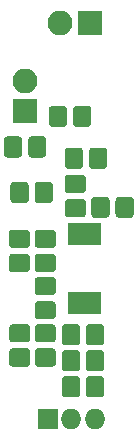
<source format=gbr>
G04 #@! TF.GenerationSoftware,KiCad,Pcbnew,(5.0.0)*
G04 #@! TF.CreationDate,2019-08-13T22:51:23+09:00*
G04 #@! TF.ProjectId,wm61_mic_preamp,776D36315F6D69635F707265616D702E,rev?*
G04 #@! TF.SameCoordinates,Original*
G04 #@! TF.FileFunction,Soldermask,Top*
G04 #@! TF.FilePolarity,Negative*
%FSLAX46Y46*%
G04 Gerber Fmt 4.6, Leading zero omitted, Abs format (unit mm)*
G04 Created by KiCad (PCBNEW (5.0.0)) date 08/13/19 22:51:23*
%MOMM*%
%LPD*%
G01*
G04 APERTURE LIST*
%ADD10C,0.100000*%
%ADD11C,1.550000*%
%ADD12R,1.750000X1.750000*%
%ADD13O,1.750000X1.750000*%
%ADD14O,2.100000X2.100000*%
%ADD15R,2.100000X2.100000*%
%ADD16R,0.850000X1.850000*%
G04 APERTURE END LIST*
D10*
G04 #@! TO.C,C1*
G36*
X156046071Y-122651623D02*
X156078781Y-122656475D01*
X156110857Y-122664509D01*
X156141991Y-122675649D01*
X156171884Y-122689787D01*
X156200247Y-122706787D01*
X156226807Y-122726485D01*
X156251308Y-122748692D01*
X156273515Y-122773193D01*
X156293213Y-122799753D01*
X156310213Y-122828116D01*
X156324351Y-122858009D01*
X156335491Y-122889143D01*
X156343525Y-122921219D01*
X156348377Y-122953929D01*
X156350000Y-122986956D01*
X156350000Y-124113044D01*
X156348377Y-124146071D01*
X156343525Y-124178781D01*
X156335491Y-124210857D01*
X156324351Y-124241991D01*
X156310213Y-124271884D01*
X156293213Y-124300247D01*
X156273515Y-124326807D01*
X156251308Y-124351308D01*
X156226807Y-124373515D01*
X156200247Y-124393213D01*
X156171884Y-124410213D01*
X156141991Y-124424351D01*
X156110857Y-124435491D01*
X156078781Y-124443525D01*
X156046071Y-124448377D01*
X156013044Y-124450000D01*
X155136956Y-124450000D01*
X155103929Y-124448377D01*
X155071219Y-124443525D01*
X155039143Y-124435491D01*
X155008009Y-124424351D01*
X154978116Y-124410213D01*
X154949753Y-124393213D01*
X154923193Y-124373515D01*
X154898692Y-124351308D01*
X154876485Y-124326807D01*
X154856787Y-124300247D01*
X154839787Y-124271884D01*
X154825649Y-124241991D01*
X154814509Y-124210857D01*
X154806475Y-124178781D01*
X154801623Y-124146071D01*
X154800000Y-124113044D01*
X154800000Y-122986956D01*
X154801623Y-122953929D01*
X154806475Y-122921219D01*
X154814509Y-122889143D01*
X154825649Y-122858009D01*
X154839787Y-122828116D01*
X154856787Y-122799753D01*
X154876485Y-122773193D01*
X154898692Y-122748692D01*
X154923193Y-122726485D01*
X154949753Y-122706787D01*
X154978116Y-122689787D01*
X155008009Y-122675649D01*
X155039143Y-122664509D01*
X155071219Y-122656475D01*
X155103929Y-122651623D01*
X155136956Y-122650000D01*
X156013044Y-122650000D01*
X156046071Y-122651623D01*
X156046071Y-122651623D01*
G37*
D11*
X155575000Y-123550000D03*
D10*
G36*
X158096071Y-122651623D02*
X158128781Y-122656475D01*
X158160857Y-122664509D01*
X158191991Y-122675649D01*
X158221884Y-122689787D01*
X158250247Y-122706787D01*
X158276807Y-122726485D01*
X158301308Y-122748692D01*
X158323515Y-122773193D01*
X158343213Y-122799753D01*
X158360213Y-122828116D01*
X158374351Y-122858009D01*
X158385491Y-122889143D01*
X158393525Y-122921219D01*
X158398377Y-122953929D01*
X158400000Y-122986956D01*
X158400000Y-124113044D01*
X158398377Y-124146071D01*
X158393525Y-124178781D01*
X158385491Y-124210857D01*
X158374351Y-124241991D01*
X158360213Y-124271884D01*
X158343213Y-124300247D01*
X158323515Y-124326807D01*
X158301308Y-124351308D01*
X158276807Y-124373515D01*
X158250247Y-124393213D01*
X158221884Y-124410213D01*
X158191991Y-124424351D01*
X158160857Y-124435491D01*
X158128781Y-124443525D01*
X158096071Y-124448377D01*
X158063044Y-124450000D01*
X157186956Y-124450000D01*
X157153929Y-124448377D01*
X157121219Y-124443525D01*
X157089143Y-124435491D01*
X157058009Y-124424351D01*
X157028116Y-124410213D01*
X156999753Y-124393213D01*
X156973193Y-124373515D01*
X156948692Y-124351308D01*
X156926485Y-124326807D01*
X156906787Y-124300247D01*
X156889787Y-124271884D01*
X156875649Y-124241991D01*
X156864509Y-124210857D01*
X156856475Y-124178781D01*
X156851623Y-124146071D01*
X156850000Y-124113044D01*
X156850000Y-122986956D01*
X156851623Y-122953929D01*
X156856475Y-122921219D01*
X156864509Y-122889143D01*
X156875649Y-122858009D01*
X156889787Y-122828116D01*
X156906787Y-122799753D01*
X156926485Y-122773193D01*
X156948692Y-122748692D01*
X156973193Y-122726485D01*
X156999753Y-122706787D01*
X157028116Y-122689787D01*
X157058009Y-122675649D01*
X157089143Y-122664509D01*
X157121219Y-122656475D01*
X157153929Y-122651623D01*
X157186956Y-122650000D01*
X158063044Y-122650000D01*
X158096071Y-122651623D01*
X158096071Y-122651623D01*
G37*
D11*
X157625000Y-123550000D03*
G04 #@! TD*
D10*
G04 #@! TO.C,C2*
G36*
X154946071Y-101951623D02*
X154978781Y-101956475D01*
X155010857Y-101964509D01*
X155041991Y-101975649D01*
X155071884Y-101989787D01*
X155100247Y-102006787D01*
X155126807Y-102026485D01*
X155151308Y-102048692D01*
X155173515Y-102073193D01*
X155193213Y-102099753D01*
X155210213Y-102128116D01*
X155224351Y-102158009D01*
X155235491Y-102189143D01*
X155243525Y-102221219D01*
X155248377Y-102253929D01*
X155250000Y-102286956D01*
X155250000Y-103413044D01*
X155248377Y-103446071D01*
X155243525Y-103478781D01*
X155235491Y-103510857D01*
X155224351Y-103541991D01*
X155210213Y-103571884D01*
X155193213Y-103600247D01*
X155173515Y-103626807D01*
X155151308Y-103651308D01*
X155126807Y-103673515D01*
X155100247Y-103693213D01*
X155071884Y-103710213D01*
X155041991Y-103724351D01*
X155010857Y-103735491D01*
X154978781Y-103743525D01*
X154946071Y-103748377D01*
X154913044Y-103750000D01*
X154036956Y-103750000D01*
X154003929Y-103748377D01*
X153971219Y-103743525D01*
X153939143Y-103735491D01*
X153908009Y-103724351D01*
X153878116Y-103710213D01*
X153849753Y-103693213D01*
X153823193Y-103673515D01*
X153798692Y-103651308D01*
X153776485Y-103626807D01*
X153756787Y-103600247D01*
X153739787Y-103571884D01*
X153725649Y-103541991D01*
X153714509Y-103510857D01*
X153706475Y-103478781D01*
X153701623Y-103446071D01*
X153700000Y-103413044D01*
X153700000Y-102286956D01*
X153701623Y-102253929D01*
X153706475Y-102221219D01*
X153714509Y-102189143D01*
X153725649Y-102158009D01*
X153739787Y-102128116D01*
X153756787Y-102099753D01*
X153776485Y-102073193D01*
X153798692Y-102048692D01*
X153823193Y-102026485D01*
X153849753Y-102006787D01*
X153878116Y-101989787D01*
X153908009Y-101975649D01*
X153939143Y-101964509D01*
X153971219Y-101956475D01*
X154003929Y-101951623D01*
X154036956Y-101950000D01*
X154913044Y-101950000D01*
X154946071Y-101951623D01*
X154946071Y-101951623D01*
G37*
D11*
X154475000Y-102850000D03*
D10*
G36*
X156996071Y-101951623D02*
X157028781Y-101956475D01*
X157060857Y-101964509D01*
X157091991Y-101975649D01*
X157121884Y-101989787D01*
X157150247Y-102006787D01*
X157176807Y-102026485D01*
X157201308Y-102048692D01*
X157223515Y-102073193D01*
X157243213Y-102099753D01*
X157260213Y-102128116D01*
X157274351Y-102158009D01*
X157285491Y-102189143D01*
X157293525Y-102221219D01*
X157298377Y-102253929D01*
X157300000Y-102286956D01*
X157300000Y-103413044D01*
X157298377Y-103446071D01*
X157293525Y-103478781D01*
X157285491Y-103510857D01*
X157274351Y-103541991D01*
X157260213Y-103571884D01*
X157243213Y-103600247D01*
X157223515Y-103626807D01*
X157201308Y-103651308D01*
X157176807Y-103673515D01*
X157150247Y-103693213D01*
X157121884Y-103710213D01*
X157091991Y-103724351D01*
X157060857Y-103735491D01*
X157028781Y-103743525D01*
X156996071Y-103748377D01*
X156963044Y-103750000D01*
X156086956Y-103750000D01*
X156053929Y-103748377D01*
X156021219Y-103743525D01*
X155989143Y-103735491D01*
X155958009Y-103724351D01*
X155928116Y-103710213D01*
X155899753Y-103693213D01*
X155873193Y-103673515D01*
X155848692Y-103651308D01*
X155826485Y-103626807D01*
X155806787Y-103600247D01*
X155789787Y-103571884D01*
X155775649Y-103541991D01*
X155764509Y-103510857D01*
X155756475Y-103478781D01*
X155751623Y-103446071D01*
X155750000Y-103413044D01*
X155750000Y-102286956D01*
X155751623Y-102253929D01*
X155756475Y-102221219D01*
X155764509Y-102189143D01*
X155775649Y-102158009D01*
X155789787Y-102128116D01*
X155806787Y-102099753D01*
X155826485Y-102073193D01*
X155848692Y-102048692D01*
X155873193Y-102026485D01*
X155899753Y-102006787D01*
X155928116Y-101989787D01*
X155958009Y-101975649D01*
X155989143Y-101964509D01*
X156021219Y-101956475D01*
X156053929Y-101951623D01*
X156086956Y-101950000D01*
X156963044Y-101950000D01*
X156996071Y-101951623D01*
X156996071Y-101951623D01*
G37*
D11*
X156525000Y-102850000D03*
G04 #@! TD*
D10*
G04 #@! TO.C,C3*
G36*
X151846071Y-122501623D02*
X151878781Y-122506475D01*
X151910857Y-122514509D01*
X151941991Y-122525649D01*
X151971884Y-122539787D01*
X152000247Y-122556787D01*
X152026807Y-122576485D01*
X152051308Y-122598692D01*
X152073515Y-122623193D01*
X152093213Y-122649753D01*
X152110213Y-122678116D01*
X152124351Y-122708009D01*
X152135491Y-122739143D01*
X152143525Y-122771219D01*
X152148377Y-122803929D01*
X152150000Y-122836956D01*
X152150000Y-123713044D01*
X152148377Y-123746071D01*
X152143525Y-123778781D01*
X152135491Y-123810857D01*
X152124351Y-123841991D01*
X152110213Y-123871884D01*
X152093213Y-123900247D01*
X152073515Y-123926807D01*
X152051308Y-123951308D01*
X152026807Y-123973515D01*
X152000247Y-123993213D01*
X151971884Y-124010213D01*
X151941991Y-124024351D01*
X151910857Y-124035491D01*
X151878781Y-124043525D01*
X151846071Y-124048377D01*
X151813044Y-124050000D01*
X150686956Y-124050000D01*
X150653929Y-124048377D01*
X150621219Y-124043525D01*
X150589143Y-124035491D01*
X150558009Y-124024351D01*
X150528116Y-124010213D01*
X150499753Y-123993213D01*
X150473193Y-123973515D01*
X150448692Y-123951308D01*
X150426485Y-123926807D01*
X150406787Y-123900247D01*
X150389787Y-123871884D01*
X150375649Y-123841991D01*
X150364509Y-123810857D01*
X150356475Y-123778781D01*
X150351623Y-123746071D01*
X150350000Y-123713044D01*
X150350000Y-122836956D01*
X150351623Y-122803929D01*
X150356475Y-122771219D01*
X150364509Y-122739143D01*
X150375649Y-122708009D01*
X150389787Y-122678116D01*
X150406787Y-122649753D01*
X150426485Y-122623193D01*
X150448692Y-122598692D01*
X150473193Y-122576485D01*
X150499753Y-122556787D01*
X150528116Y-122539787D01*
X150558009Y-122525649D01*
X150589143Y-122514509D01*
X150621219Y-122506475D01*
X150653929Y-122501623D01*
X150686956Y-122500000D01*
X151813044Y-122500000D01*
X151846071Y-122501623D01*
X151846071Y-122501623D01*
G37*
D11*
X151250000Y-123275000D03*
D10*
G36*
X151846071Y-120451623D02*
X151878781Y-120456475D01*
X151910857Y-120464509D01*
X151941991Y-120475649D01*
X151971884Y-120489787D01*
X152000247Y-120506787D01*
X152026807Y-120526485D01*
X152051308Y-120548692D01*
X152073515Y-120573193D01*
X152093213Y-120599753D01*
X152110213Y-120628116D01*
X152124351Y-120658009D01*
X152135491Y-120689143D01*
X152143525Y-120721219D01*
X152148377Y-120753929D01*
X152150000Y-120786956D01*
X152150000Y-121663044D01*
X152148377Y-121696071D01*
X152143525Y-121728781D01*
X152135491Y-121760857D01*
X152124351Y-121791991D01*
X152110213Y-121821884D01*
X152093213Y-121850247D01*
X152073515Y-121876807D01*
X152051308Y-121901308D01*
X152026807Y-121923515D01*
X152000247Y-121943213D01*
X151971884Y-121960213D01*
X151941991Y-121974351D01*
X151910857Y-121985491D01*
X151878781Y-121993525D01*
X151846071Y-121998377D01*
X151813044Y-122000000D01*
X150686956Y-122000000D01*
X150653929Y-121998377D01*
X150621219Y-121993525D01*
X150589143Y-121985491D01*
X150558009Y-121974351D01*
X150528116Y-121960213D01*
X150499753Y-121943213D01*
X150473193Y-121923515D01*
X150448692Y-121901308D01*
X150426485Y-121876807D01*
X150406787Y-121850247D01*
X150389787Y-121821884D01*
X150375649Y-121791991D01*
X150364509Y-121760857D01*
X150356475Y-121728781D01*
X150351623Y-121696071D01*
X150350000Y-121663044D01*
X150350000Y-120786956D01*
X150351623Y-120753929D01*
X150356475Y-120721219D01*
X150364509Y-120689143D01*
X150375649Y-120658009D01*
X150389787Y-120628116D01*
X150406787Y-120599753D01*
X150426485Y-120573193D01*
X150448692Y-120548692D01*
X150473193Y-120526485D01*
X150499753Y-120506787D01*
X150528116Y-120489787D01*
X150558009Y-120475649D01*
X150589143Y-120464509D01*
X150621219Y-120456475D01*
X150653929Y-120451623D01*
X150686956Y-120450000D01*
X151813044Y-120450000D01*
X151846071Y-120451623D01*
X151846071Y-120451623D01*
G37*
D11*
X151250000Y-121225000D03*
G04 #@! TD*
D10*
G04 #@! TO.C,C4*
G36*
X158546071Y-109651623D02*
X158578781Y-109656475D01*
X158610857Y-109664509D01*
X158641991Y-109675649D01*
X158671884Y-109689787D01*
X158700247Y-109706787D01*
X158726807Y-109726485D01*
X158751308Y-109748692D01*
X158773515Y-109773193D01*
X158793213Y-109799753D01*
X158810213Y-109828116D01*
X158824351Y-109858009D01*
X158835491Y-109889143D01*
X158843525Y-109921219D01*
X158848377Y-109953929D01*
X158850000Y-109986956D01*
X158850000Y-111113044D01*
X158848377Y-111146071D01*
X158843525Y-111178781D01*
X158835491Y-111210857D01*
X158824351Y-111241991D01*
X158810213Y-111271884D01*
X158793213Y-111300247D01*
X158773515Y-111326807D01*
X158751308Y-111351308D01*
X158726807Y-111373515D01*
X158700247Y-111393213D01*
X158671884Y-111410213D01*
X158641991Y-111424351D01*
X158610857Y-111435491D01*
X158578781Y-111443525D01*
X158546071Y-111448377D01*
X158513044Y-111450000D01*
X157636956Y-111450000D01*
X157603929Y-111448377D01*
X157571219Y-111443525D01*
X157539143Y-111435491D01*
X157508009Y-111424351D01*
X157478116Y-111410213D01*
X157449753Y-111393213D01*
X157423193Y-111373515D01*
X157398692Y-111351308D01*
X157376485Y-111326807D01*
X157356787Y-111300247D01*
X157339787Y-111271884D01*
X157325649Y-111241991D01*
X157314509Y-111210857D01*
X157306475Y-111178781D01*
X157301623Y-111146071D01*
X157300000Y-111113044D01*
X157300000Y-109986956D01*
X157301623Y-109953929D01*
X157306475Y-109921219D01*
X157314509Y-109889143D01*
X157325649Y-109858009D01*
X157339787Y-109828116D01*
X157356787Y-109799753D01*
X157376485Y-109773193D01*
X157398692Y-109748692D01*
X157423193Y-109726485D01*
X157449753Y-109706787D01*
X157478116Y-109689787D01*
X157508009Y-109675649D01*
X157539143Y-109664509D01*
X157571219Y-109656475D01*
X157603929Y-109651623D01*
X157636956Y-109650000D01*
X158513044Y-109650000D01*
X158546071Y-109651623D01*
X158546071Y-109651623D01*
G37*
D11*
X158075000Y-110550000D03*
D10*
G36*
X160596071Y-109651623D02*
X160628781Y-109656475D01*
X160660857Y-109664509D01*
X160691991Y-109675649D01*
X160721884Y-109689787D01*
X160750247Y-109706787D01*
X160776807Y-109726485D01*
X160801308Y-109748692D01*
X160823515Y-109773193D01*
X160843213Y-109799753D01*
X160860213Y-109828116D01*
X160874351Y-109858009D01*
X160885491Y-109889143D01*
X160893525Y-109921219D01*
X160898377Y-109953929D01*
X160900000Y-109986956D01*
X160900000Y-111113044D01*
X160898377Y-111146071D01*
X160893525Y-111178781D01*
X160885491Y-111210857D01*
X160874351Y-111241991D01*
X160860213Y-111271884D01*
X160843213Y-111300247D01*
X160823515Y-111326807D01*
X160801308Y-111351308D01*
X160776807Y-111373515D01*
X160750247Y-111393213D01*
X160721884Y-111410213D01*
X160691991Y-111424351D01*
X160660857Y-111435491D01*
X160628781Y-111443525D01*
X160596071Y-111448377D01*
X160563044Y-111450000D01*
X159686956Y-111450000D01*
X159653929Y-111448377D01*
X159621219Y-111443525D01*
X159589143Y-111435491D01*
X159558009Y-111424351D01*
X159528116Y-111410213D01*
X159499753Y-111393213D01*
X159473193Y-111373515D01*
X159448692Y-111351308D01*
X159426485Y-111326807D01*
X159406787Y-111300247D01*
X159389787Y-111271884D01*
X159375649Y-111241991D01*
X159364509Y-111210857D01*
X159356475Y-111178781D01*
X159351623Y-111146071D01*
X159350000Y-111113044D01*
X159350000Y-109986956D01*
X159351623Y-109953929D01*
X159356475Y-109921219D01*
X159364509Y-109889143D01*
X159375649Y-109858009D01*
X159389787Y-109828116D01*
X159406787Y-109799753D01*
X159426485Y-109773193D01*
X159448692Y-109748692D01*
X159473193Y-109726485D01*
X159499753Y-109706787D01*
X159528116Y-109689787D01*
X159558009Y-109675649D01*
X159589143Y-109664509D01*
X159621219Y-109656475D01*
X159653929Y-109651623D01*
X159686956Y-109650000D01*
X160563044Y-109650000D01*
X160596071Y-109651623D01*
X160596071Y-109651623D01*
G37*
D11*
X160125000Y-110550000D03*
G04 #@! TD*
D10*
G04 #@! TO.C,C5*
G36*
X153746071Y-108401623D02*
X153778781Y-108406475D01*
X153810857Y-108414509D01*
X153841991Y-108425649D01*
X153871884Y-108439787D01*
X153900247Y-108456787D01*
X153926807Y-108476485D01*
X153951308Y-108498692D01*
X153973515Y-108523193D01*
X153993213Y-108549753D01*
X154010213Y-108578116D01*
X154024351Y-108608009D01*
X154035491Y-108639143D01*
X154043525Y-108671219D01*
X154048377Y-108703929D01*
X154050000Y-108736956D01*
X154050000Y-109863044D01*
X154048377Y-109896071D01*
X154043525Y-109928781D01*
X154035491Y-109960857D01*
X154024351Y-109991991D01*
X154010213Y-110021884D01*
X153993213Y-110050247D01*
X153973515Y-110076807D01*
X153951308Y-110101308D01*
X153926807Y-110123515D01*
X153900247Y-110143213D01*
X153871884Y-110160213D01*
X153841991Y-110174351D01*
X153810857Y-110185491D01*
X153778781Y-110193525D01*
X153746071Y-110198377D01*
X153713044Y-110200000D01*
X152836956Y-110200000D01*
X152803929Y-110198377D01*
X152771219Y-110193525D01*
X152739143Y-110185491D01*
X152708009Y-110174351D01*
X152678116Y-110160213D01*
X152649753Y-110143213D01*
X152623193Y-110123515D01*
X152598692Y-110101308D01*
X152576485Y-110076807D01*
X152556787Y-110050247D01*
X152539787Y-110021884D01*
X152525649Y-109991991D01*
X152514509Y-109960857D01*
X152506475Y-109928781D01*
X152501623Y-109896071D01*
X152500000Y-109863044D01*
X152500000Y-108736956D01*
X152501623Y-108703929D01*
X152506475Y-108671219D01*
X152514509Y-108639143D01*
X152525649Y-108608009D01*
X152539787Y-108578116D01*
X152556787Y-108549753D01*
X152576485Y-108523193D01*
X152598692Y-108498692D01*
X152623193Y-108476485D01*
X152649753Y-108456787D01*
X152678116Y-108439787D01*
X152708009Y-108425649D01*
X152739143Y-108414509D01*
X152771219Y-108406475D01*
X152803929Y-108401623D01*
X152836956Y-108400000D01*
X153713044Y-108400000D01*
X153746071Y-108401623D01*
X153746071Y-108401623D01*
G37*
D11*
X153275000Y-109300000D03*
D10*
G36*
X151696071Y-108401623D02*
X151728781Y-108406475D01*
X151760857Y-108414509D01*
X151791991Y-108425649D01*
X151821884Y-108439787D01*
X151850247Y-108456787D01*
X151876807Y-108476485D01*
X151901308Y-108498692D01*
X151923515Y-108523193D01*
X151943213Y-108549753D01*
X151960213Y-108578116D01*
X151974351Y-108608009D01*
X151985491Y-108639143D01*
X151993525Y-108671219D01*
X151998377Y-108703929D01*
X152000000Y-108736956D01*
X152000000Y-109863044D01*
X151998377Y-109896071D01*
X151993525Y-109928781D01*
X151985491Y-109960857D01*
X151974351Y-109991991D01*
X151960213Y-110021884D01*
X151943213Y-110050247D01*
X151923515Y-110076807D01*
X151901308Y-110101308D01*
X151876807Y-110123515D01*
X151850247Y-110143213D01*
X151821884Y-110160213D01*
X151791991Y-110174351D01*
X151760857Y-110185491D01*
X151728781Y-110193525D01*
X151696071Y-110198377D01*
X151663044Y-110200000D01*
X150786956Y-110200000D01*
X150753929Y-110198377D01*
X150721219Y-110193525D01*
X150689143Y-110185491D01*
X150658009Y-110174351D01*
X150628116Y-110160213D01*
X150599753Y-110143213D01*
X150573193Y-110123515D01*
X150548692Y-110101308D01*
X150526485Y-110076807D01*
X150506787Y-110050247D01*
X150489787Y-110021884D01*
X150475649Y-109991991D01*
X150464509Y-109960857D01*
X150456475Y-109928781D01*
X150451623Y-109896071D01*
X150450000Y-109863044D01*
X150450000Y-108736956D01*
X150451623Y-108703929D01*
X150456475Y-108671219D01*
X150464509Y-108639143D01*
X150475649Y-108608009D01*
X150489787Y-108578116D01*
X150506787Y-108549753D01*
X150526485Y-108523193D01*
X150548692Y-108498692D01*
X150573193Y-108476485D01*
X150599753Y-108456787D01*
X150628116Y-108439787D01*
X150658009Y-108425649D01*
X150689143Y-108414509D01*
X150721219Y-108406475D01*
X150753929Y-108401623D01*
X150786956Y-108400000D01*
X151663044Y-108400000D01*
X151696071Y-108401623D01*
X151696071Y-108401623D01*
G37*
D11*
X151225000Y-109300000D03*
G04 #@! TD*
D10*
G04 #@! TO.C,C6*
G36*
X156546071Y-107801623D02*
X156578781Y-107806475D01*
X156610857Y-107814509D01*
X156641991Y-107825649D01*
X156671884Y-107839787D01*
X156700247Y-107856787D01*
X156726807Y-107876485D01*
X156751308Y-107898692D01*
X156773515Y-107923193D01*
X156793213Y-107949753D01*
X156810213Y-107978116D01*
X156824351Y-108008009D01*
X156835491Y-108039143D01*
X156843525Y-108071219D01*
X156848377Y-108103929D01*
X156850000Y-108136956D01*
X156850000Y-109013044D01*
X156848377Y-109046071D01*
X156843525Y-109078781D01*
X156835491Y-109110857D01*
X156824351Y-109141991D01*
X156810213Y-109171884D01*
X156793213Y-109200247D01*
X156773515Y-109226807D01*
X156751308Y-109251308D01*
X156726807Y-109273515D01*
X156700247Y-109293213D01*
X156671884Y-109310213D01*
X156641991Y-109324351D01*
X156610857Y-109335491D01*
X156578781Y-109343525D01*
X156546071Y-109348377D01*
X156513044Y-109350000D01*
X155386956Y-109350000D01*
X155353929Y-109348377D01*
X155321219Y-109343525D01*
X155289143Y-109335491D01*
X155258009Y-109324351D01*
X155228116Y-109310213D01*
X155199753Y-109293213D01*
X155173193Y-109273515D01*
X155148692Y-109251308D01*
X155126485Y-109226807D01*
X155106787Y-109200247D01*
X155089787Y-109171884D01*
X155075649Y-109141991D01*
X155064509Y-109110857D01*
X155056475Y-109078781D01*
X155051623Y-109046071D01*
X155050000Y-109013044D01*
X155050000Y-108136956D01*
X155051623Y-108103929D01*
X155056475Y-108071219D01*
X155064509Y-108039143D01*
X155075649Y-108008009D01*
X155089787Y-107978116D01*
X155106787Y-107949753D01*
X155126485Y-107923193D01*
X155148692Y-107898692D01*
X155173193Y-107876485D01*
X155199753Y-107856787D01*
X155228116Y-107839787D01*
X155258009Y-107825649D01*
X155289143Y-107814509D01*
X155321219Y-107806475D01*
X155353929Y-107801623D01*
X155386956Y-107800000D01*
X156513044Y-107800000D01*
X156546071Y-107801623D01*
X156546071Y-107801623D01*
G37*
D11*
X155950000Y-108575000D03*
D10*
G36*
X156546071Y-109851623D02*
X156578781Y-109856475D01*
X156610857Y-109864509D01*
X156641991Y-109875649D01*
X156671884Y-109889787D01*
X156700247Y-109906787D01*
X156726807Y-109926485D01*
X156751308Y-109948692D01*
X156773515Y-109973193D01*
X156793213Y-109999753D01*
X156810213Y-110028116D01*
X156824351Y-110058009D01*
X156835491Y-110089143D01*
X156843525Y-110121219D01*
X156848377Y-110153929D01*
X156850000Y-110186956D01*
X156850000Y-111063044D01*
X156848377Y-111096071D01*
X156843525Y-111128781D01*
X156835491Y-111160857D01*
X156824351Y-111191991D01*
X156810213Y-111221884D01*
X156793213Y-111250247D01*
X156773515Y-111276807D01*
X156751308Y-111301308D01*
X156726807Y-111323515D01*
X156700247Y-111343213D01*
X156671884Y-111360213D01*
X156641991Y-111374351D01*
X156610857Y-111385491D01*
X156578781Y-111393525D01*
X156546071Y-111398377D01*
X156513044Y-111400000D01*
X155386956Y-111400000D01*
X155353929Y-111398377D01*
X155321219Y-111393525D01*
X155289143Y-111385491D01*
X155258009Y-111374351D01*
X155228116Y-111360213D01*
X155199753Y-111343213D01*
X155173193Y-111323515D01*
X155148692Y-111301308D01*
X155126485Y-111276807D01*
X155106787Y-111250247D01*
X155089787Y-111221884D01*
X155075649Y-111191991D01*
X155064509Y-111160857D01*
X155056475Y-111128781D01*
X155051623Y-111096071D01*
X155050000Y-111063044D01*
X155050000Y-110186956D01*
X155051623Y-110153929D01*
X155056475Y-110121219D01*
X155064509Y-110089143D01*
X155075649Y-110058009D01*
X155089787Y-110028116D01*
X155106787Y-109999753D01*
X155126485Y-109973193D01*
X155148692Y-109948692D01*
X155173193Y-109926485D01*
X155199753Y-109906787D01*
X155228116Y-109889787D01*
X155258009Y-109875649D01*
X155289143Y-109864509D01*
X155321219Y-109856475D01*
X155353929Y-109851623D01*
X155386956Y-109850000D01*
X156513044Y-109850000D01*
X156546071Y-109851623D01*
X156546071Y-109851623D01*
G37*
D11*
X155950000Y-110625000D03*
G04 #@! TD*
D12*
G04 #@! TO.C,J1*
X153600000Y-128500000D03*
D13*
X155600000Y-128500000D03*
X157600000Y-128500000D03*
G04 #@! TD*
D14*
G04 #@! TO.C,J2*
X151650000Y-99860000D03*
D15*
X151650000Y-102400000D03*
G04 #@! TD*
G04 #@! TO.C,J3*
X157200000Y-94950000D03*
D14*
X154660000Y-94950000D03*
G04 #@! TD*
D10*
G04 #@! TO.C,L1*
G36*
X151146071Y-104551623D02*
X151178781Y-104556475D01*
X151210857Y-104564509D01*
X151241991Y-104575649D01*
X151271884Y-104589787D01*
X151300247Y-104606787D01*
X151326807Y-104626485D01*
X151351308Y-104648692D01*
X151373515Y-104673193D01*
X151393213Y-104699753D01*
X151410213Y-104728116D01*
X151424351Y-104758009D01*
X151435491Y-104789143D01*
X151443525Y-104821219D01*
X151448377Y-104853929D01*
X151450000Y-104886956D01*
X151450000Y-106013044D01*
X151448377Y-106046071D01*
X151443525Y-106078781D01*
X151435491Y-106110857D01*
X151424351Y-106141991D01*
X151410213Y-106171884D01*
X151393213Y-106200247D01*
X151373515Y-106226807D01*
X151351308Y-106251308D01*
X151326807Y-106273515D01*
X151300247Y-106293213D01*
X151271884Y-106310213D01*
X151241991Y-106324351D01*
X151210857Y-106335491D01*
X151178781Y-106343525D01*
X151146071Y-106348377D01*
X151113044Y-106350000D01*
X150236956Y-106350000D01*
X150203929Y-106348377D01*
X150171219Y-106343525D01*
X150139143Y-106335491D01*
X150108009Y-106324351D01*
X150078116Y-106310213D01*
X150049753Y-106293213D01*
X150023193Y-106273515D01*
X149998692Y-106251308D01*
X149976485Y-106226807D01*
X149956787Y-106200247D01*
X149939787Y-106171884D01*
X149925649Y-106141991D01*
X149914509Y-106110857D01*
X149906475Y-106078781D01*
X149901623Y-106046071D01*
X149900000Y-106013044D01*
X149900000Y-104886956D01*
X149901623Y-104853929D01*
X149906475Y-104821219D01*
X149914509Y-104789143D01*
X149925649Y-104758009D01*
X149939787Y-104728116D01*
X149956787Y-104699753D01*
X149976485Y-104673193D01*
X149998692Y-104648692D01*
X150023193Y-104626485D01*
X150049753Y-104606787D01*
X150078116Y-104589787D01*
X150108009Y-104575649D01*
X150139143Y-104564509D01*
X150171219Y-104556475D01*
X150203929Y-104551623D01*
X150236956Y-104550000D01*
X151113044Y-104550000D01*
X151146071Y-104551623D01*
X151146071Y-104551623D01*
G37*
D11*
X150675000Y-105450000D03*
D10*
G36*
X153196071Y-104551623D02*
X153228781Y-104556475D01*
X153260857Y-104564509D01*
X153291991Y-104575649D01*
X153321884Y-104589787D01*
X153350247Y-104606787D01*
X153376807Y-104626485D01*
X153401308Y-104648692D01*
X153423515Y-104673193D01*
X153443213Y-104699753D01*
X153460213Y-104728116D01*
X153474351Y-104758009D01*
X153485491Y-104789143D01*
X153493525Y-104821219D01*
X153498377Y-104853929D01*
X153500000Y-104886956D01*
X153500000Y-106013044D01*
X153498377Y-106046071D01*
X153493525Y-106078781D01*
X153485491Y-106110857D01*
X153474351Y-106141991D01*
X153460213Y-106171884D01*
X153443213Y-106200247D01*
X153423515Y-106226807D01*
X153401308Y-106251308D01*
X153376807Y-106273515D01*
X153350247Y-106293213D01*
X153321884Y-106310213D01*
X153291991Y-106324351D01*
X153260857Y-106335491D01*
X153228781Y-106343525D01*
X153196071Y-106348377D01*
X153163044Y-106350000D01*
X152286956Y-106350000D01*
X152253929Y-106348377D01*
X152221219Y-106343525D01*
X152189143Y-106335491D01*
X152158009Y-106324351D01*
X152128116Y-106310213D01*
X152099753Y-106293213D01*
X152073193Y-106273515D01*
X152048692Y-106251308D01*
X152026485Y-106226807D01*
X152006787Y-106200247D01*
X151989787Y-106171884D01*
X151975649Y-106141991D01*
X151964509Y-106110857D01*
X151956475Y-106078781D01*
X151951623Y-106046071D01*
X151950000Y-106013044D01*
X151950000Y-104886956D01*
X151951623Y-104853929D01*
X151956475Y-104821219D01*
X151964509Y-104789143D01*
X151975649Y-104758009D01*
X151989787Y-104728116D01*
X152006787Y-104699753D01*
X152026485Y-104673193D01*
X152048692Y-104648692D01*
X152073193Y-104626485D01*
X152099753Y-104606787D01*
X152128116Y-104589787D01*
X152158009Y-104575649D01*
X152189143Y-104564509D01*
X152221219Y-104556475D01*
X152253929Y-104551623D01*
X152286956Y-104550000D01*
X153163044Y-104550000D01*
X153196071Y-104551623D01*
X153196071Y-104551623D01*
G37*
D11*
X152725000Y-105450000D03*
G04 #@! TD*
D10*
G04 #@! TO.C,R1*
G36*
X158096071Y-124851623D02*
X158128781Y-124856475D01*
X158160857Y-124864509D01*
X158191991Y-124875649D01*
X158221884Y-124889787D01*
X158250247Y-124906787D01*
X158276807Y-124926485D01*
X158301308Y-124948692D01*
X158323515Y-124973193D01*
X158343213Y-124999753D01*
X158360213Y-125028116D01*
X158374351Y-125058009D01*
X158385491Y-125089143D01*
X158393525Y-125121219D01*
X158398377Y-125153929D01*
X158400000Y-125186956D01*
X158400000Y-126313044D01*
X158398377Y-126346071D01*
X158393525Y-126378781D01*
X158385491Y-126410857D01*
X158374351Y-126441991D01*
X158360213Y-126471884D01*
X158343213Y-126500247D01*
X158323515Y-126526807D01*
X158301308Y-126551308D01*
X158276807Y-126573515D01*
X158250247Y-126593213D01*
X158221884Y-126610213D01*
X158191991Y-126624351D01*
X158160857Y-126635491D01*
X158128781Y-126643525D01*
X158096071Y-126648377D01*
X158063044Y-126650000D01*
X157186956Y-126650000D01*
X157153929Y-126648377D01*
X157121219Y-126643525D01*
X157089143Y-126635491D01*
X157058009Y-126624351D01*
X157028116Y-126610213D01*
X156999753Y-126593213D01*
X156973193Y-126573515D01*
X156948692Y-126551308D01*
X156926485Y-126526807D01*
X156906787Y-126500247D01*
X156889787Y-126471884D01*
X156875649Y-126441991D01*
X156864509Y-126410857D01*
X156856475Y-126378781D01*
X156851623Y-126346071D01*
X156850000Y-126313044D01*
X156850000Y-125186956D01*
X156851623Y-125153929D01*
X156856475Y-125121219D01*
X156864509Y-125089143D01*
X156875649Y-125058009D01*
X156889787Y-125028116D01*
X156906787Y-124999753D01*
X156926485Y-124973193D01*
X156948692Y-124948692D01*
X156973193Y-124926485D01*
X156999753Y-124906787D01*
X157028116Y-124889787D01*
X157058009Y-124875649D01*
X157089143Y-124864509D01*
X157121219Y-124856475D01*
X157153929Y-124851623D01*
X157186956Y-124850000D01*
X158063044Y-124850000D01*
X158096071Y-124851623D01*
X158096071Y-124851623D01*
G37*
D11*
X157625000Y-125750000D03*
D10*
G36*
X156046071Y-124851623D02*
X156078781Y-124856475D01*
X156110857Y-124864509D01*
X156141991Y-124875649D01*
X156171884Y-124889787D01*
X156200247Y-124906787D01*
X156226807Y-124926485D01*
X156251308Y-124948692D01*
X156273515Y-124973193D01*
X156293213Y-124999753D01*
X156310213Y-125028116D01*
X156324351Y-125058009D01*
X156335491Y-125089143D01*
X156343525Y-125121219D01*
X156348377Y-125153929D01*
X156350000Y-125186956D01*
X156350000Y-126313044D01*
X156348377Y-126346071D01*
X156343525Y-126378781D01*
X156335491Y-126410857D01*
X156324351Y-126441991D01*
X156310213Y-126471884D01*
X156293213Y-126500247D01*
X156273515Y-126526807D01*
X156251308Y-126551308D01*
X156226807Y-126573515D01*
X156200247Y-126593213D01*
X156171884Y-126610213D01*
X156141991Y-126624351D01*
X156110857Y-126635491D01*
X156078781Y-126643525D01*
X156046071Y-126648377D01*
X156013044Y-126650000D01*
X155136956Y-126650000D01*
X155103929Y-126648377D01*
X155071219Y-126643525D01*
X155039143Y-126635491D01*
X155008009Y-126624351D01*
X154978116Y-126610213D01*
X154949753Y-126593213D01*
X154923193Y-126573515D01*
X154898692Y-126551308D01*
X154876485Y-126526807D01*
X154856787Y-126500247D01*
X154839787Y-126471884D01*
X154825649Y-126441991D01*
X154814509Y-126410857D01*
X154806475Y-126378781D01*
X154801623Y-126346071D01*
X154800000Y-126313044D01*
X154800000Y-125186956D01*
X154801623Y-125153929D01*
X154806475Y-125121219D01*
X154814509Y-125089143D01*
X154825649Y-125058009D01*
X154839787Y-125028116D01*
X154856787Y-124999753D01*
X154876485Y-124973193D01*
X154898692Y-124948692D01*
X154923193Y-124926485D01*
X154949753Y-124906787D01*
X154978116Y-124889787D01*
X155008009Y-124875649D01*
X155039143Y-124864509D01*
X155071219Y-124856475D01*
X155103929Y-124851623D01*
X155136956Y-124850000D01*
X156013044Y-124850000D01*
X156046071Y-124851623D01*
X156046071Y-124851623D01*
G37*
D11*
X155575000Y-125750000D03*
G04 #@! TD*
D10*
G04 #@! TO.C,R2*
G36*
X156046071Y-120451623D02*
X156078781Y-120456475D01*
X156110857Y-120464509D01*
X156141991Y-120475649D01*
X156171884Y-120489787D01*
X156200247Y-120506787D01*
X156226807Y-120526485D01*
X156251308Y-120548692D01*
X156273515Y-120573193D01*
X156293213Y-120599753D01*
X156310213Y-120628116D01*
X156324351Y-120658009D01*
X156335491Y-120689143D01*
X156343525Y-120721219D01*
X156348377Y-120753929D01*
X156350000Y-120786956D01*
X156350000Y-121913044D01*
X156348377Y-121946071D01*
X156343525Y-121978781D01*
X156335491Y-122010857D01*
X156324351Y-122041991D01*
X156310213Y-122071884D01*
X156293213Y-122100247D01*
X156273515Y-122126807D01*
X156251308Y-122151308D01*
X156226807Y-122173515D01*
X156200247Y-122193213D01*
X156171884Y-122210213D01*
X156141991Y-122224351D01*
X156110857Y-122235491D01*
X156078781Y-122243525D01*
X156046071Y-122248377D01*
X156013044Y-122250000D01*
X155136956Y-122250000D01*
X155103929Y-122248377D01*
X155071219Y-122243525D01*
X155039143Y-122235491D01*
X155008009Y-122224351D01*
X154978116Y-122210213D01*
X154949753Y-122193213D01*
X154923193Y-122173515D01*
X154898692Y-122151308D01*
X154876485Y-122126807D01*
X154856787Y-122100247D01*
X154839787Y-122071884D01*
X154825649Y-122041991D01*
X154814509Y-122010857D01*
X154806475Y-121978781D01*
X154801623Y-121946071D01*
X154800000Y-121913044D01*
X154800000Y-120786956D01*
X154801623Y-120753929D01*
X154806475Y-120721219D01*
X154814509Y-120689143D01*
X154825649Y-120658009D01*
X154839787Y-120628116D01*
X154856787Y-120599753D01*
X154876485Y-120573193D01*
X154898692Y-120548692D01*
X154923193Y-120526485D01*
X154949753Y-120506787D01*
X154978116Y-120489787D01*
X155008009Y-120475649D01*
X155039143Y-120464509D01*
X155071219Y-120456475D01*
X155103929Y-120451623D01*
X155136956Y-120450000D01*
X156013044Y-120450000D01*
X156046071Y-120451623D01*
X156046071Y-120451623D01*
G37*
D11*
X155575000Y-121350000D03*
D10*
G36*
X158096071Y-120451623D02*
X158128781Y-120456475D01*
X158160857Y-120464509D01*
X158191991Y-120475649D01*
X158221884Y-120489787D01*
X158250247Y-120506787D01*
X158276807Y-120526485D01*
X158301308Y-120548692D01*
X158323515Y-120573193D01*
X158343213Y-120599753D01*
X158360213Y-120628116D01*
X158374351Y-120658009D01*
X158385491Y-120689143D01*
X158393525Y-120721219D01*
X158398377Y-120753929D01*
X158400000Y-120786956D01*
X158400000Y-121913044D01*
X158398377Y-121946071D01*
X158393525Y-121978781D01*
X158385491Y-122010857D01*
X158374351Y-122041991D01*
X158360213Y-122071884D01*
X158343213Y-122100247D01*
X158323515Y-122126807D01*
X158301308Y-122151308D01*
X158276807Y-122173515D01*
X158250247Y-122193213D01*
X158221884Y-122210213D01*
X158191991Y-122224351D01*
X158160857Y-122235491D01*
X158128781Y-122243525D01*
X158096071Y-122248377D01*
X158063044Y-122250000D01*
X157186956Y-122250000D01*
X157153929Y-122248377D01*
X157121219Y-122243525D01*
X157089143Y-122235491D01*
X157058009Y-122224351D01*
X157028116Y-122210213D01*
X156999753Y-122193213D01*
X156973193Y-122173515D01*
X156948692Y-122151308D01*
X156926485Y-122126807D01*
X156906787Y-122100247D01*
X156889787Y-122071884D01*
X156875649Y-122041991D01*
X156864509Y-122010857D01*
X156856475Y-121978781D01*
X156851623Y-121946071D01*
X156850000Y-121913044D01*
X156850000Y-120786956D01*
X156851623Y-120753929D01*
X156856475Y-120721219D01*
X156864509Y-120689143D01*
X156875649Y-120658009D01*
X156889787Y-120628116D01*
X156906787Y-120599753D01*
X156926485Y-120573193D01*
X156948692Y-120548692D01*
X156973193Y-120526485D01*
X156999753Y-120506787D01*
X157028116Y-120489787D01*
X157058009Y-120475649D01*
X157089143Y-120464509D01*
X157121219Y-120456475D01*
X157153929Y-120451623D01*
X157186956Y-120450000D01*
X158063044Y-120450000D01*
X158096071Y-120451623D01*
X158096071Y-120451623D01*
G37*
D11*
X157625000Y-121350000D03*
G04 #@! TD*
D10*
G04 #@! TO.C,R3*
G36*
X153996071Y-116451623D02*
X154028781Y-116456475D01*
X154060857Y-116464509D01*
X154091991Y-116475649D01*
X154121884Y-116489787D01*
X154150247Y-116506787D01*
X154176807Y-116526485D01*
X154201308Y-116548692D01*
X154223515Y-116573193D01*
X154243213Y-116599753D01*
X154260213Y-116628116D01*
X154274351Y-116658009D01*
X154285491Y-116689143D01*
X154293525Y-116721219D01*
X154298377Y-116753929D01*
X154300000Y-116786956D01*
X154300000Y-117663044D01*
X154298377Y-117696071D01*
X154293525Y-117728781D01*
X154285491Y-117760857D01*
X154274351Y-117791991D01*
X154260213Y-117821884D01*
X154243213Y-117850247D01*
X154223515Y-117876807D01*
X154201308Y-117901308D01*
X154176807Y-117923515D01*
X154150247Y-117943213D01*
X154121884Y-117960213D01*
X154091991Y-117974351D01*
X154060857Y-117985491D01*
X154028781Y-117993525D01*
X153996071Y-117998377D01*
X153963044Y-118000000D01*
X152836956Y-118000000D01*
X152803929Y-117998377D01*
X152771219Y-117993525D01*
X152739143Y-117985491D01*
X152708009Y-117974351D01*
X152678116Y-117960213D01*
X152649753Y-117943213D01*
X152623193Y-117923515D01*
X152598692Y-117901308D01*
X152576485Y-117876807D01*
X152556787Y-117850247D01*
X152539787Y-117821884D01*
X152525649Y-117791991D01*
X152514509Y-117760857D01*
X152506475Y-117728781D01*
X152501623Y-117696071D01*
X152500000Y-117663044D01*
X152500000Y-116786956D01*
X152501623Y-116753929D01*
X152506475Y-116721219D01*
X152514509Y-116689143D01*
X152525649Y-116658009D01*
X152539787Y-116628116D01*
X152556787Y-116599753D01*
X152576485Y-116573193D01*
X152598692Y-116548692D01*
X152623193Y-116526485D01*
X152649753Y-116506787D01*
X152678116Y-116489787D01*
X152708009Y-116475649D01*
X152739143Y-116464509D01*
X152771219Y-116456475D01*
X152803929Y-116451623D01*
X152836956Y-116450000D01*
X153963044Y-116450000D01*
X153996071Y-116451623D01*
X153996071Y-116451623D01*
G37*
D11*
X153400000Y-117225000D03*
D10*
G36*
X153996071Y-118501623D02*
X154028781Y-118506475D01*
X154060857Y-118514509D01*
X154091991Y-118525649D01*
X154121884Y-118539787D01*
X154150247Y-118556787D01*
X154176807Y-118576485D01*
X154201308Y-118598692D01*
X154223515Y-118623193D01*
X154243213Y-118649753D01*
X154260213Y-118678116D01*
X154274351Y-118708009D01*
X154285491Y-118739143D01*
X154293525Y-118771219D01*
X154298377Y-118803929D01*
X154300000Y-118836956D01*
X154300000Y-119713044D01*
X154298377Y-119746071D01*
X154293525Y-119778781D01*
X154285491Y-119810857D01*
X154274351Y-119841991D01*
X154260213Y-119871884D01*
X154243213Y-119900247D01*
X154223515Y-119926807D01*
X154201308Y-119951308D01*
X154176807Y-119973515D01*
X154150247Y-119993213D01*
X154121884Y-120010213D01*
X154091991Y-120024351D01*
X154060857Y-120035491D01*
X154028781Y-120043525D01*
X153996071Y-120048377D01*
X153963044Y-120050000D01*
X152836956Y-120050000D01*
X152803929Y-120048377D01*
X152771219Y-120043525D01*
X152739143Y-120035491D01*
X152708009Y-120024351D01*
X152678116Y-120010213D01*
X152649753Y-119993213D01*
X152623193Y-119973515D01*
X152598692Y-119951308D01*
X152576485Y-119926807D01*
X152556787Y-119900247D01*
X152539787Y-119871884D01*
X152525649Y-119841991D01*
X152514509Y-119810857D01*
X152506475Y-119778781D01*
X152501623Y-119746071D01*
X152500000Y-119713044D01*
X152500000Y-118836956D01*
X152501623Y-118803929D01*
X152506475Y-118771219D01*
X152514509Y-118739143D01*
X152525649Y-118708009D01*
X152539787Y-118678116D01*
X152556787Y-118649753D01*
X152576485Y-118623193D01*
X152598692Y-118598692D01*
X152623193Y-118576485D01*
X152649753Y-118556787D01*
X152678116Y-118539787D01*
X152708009Y-118525649D01*
X152739143Y-118514509D01*
X152771219Y-118506475D01*
X152803929Y-118501623D01*
X152836956Y-118500000D01*
X153963044Y-118500000D01*
X153996071Y-118501623D01*
X153996071Y-118501623D01*
G37*
D11*
X153400000Y-119275000D03*
G04 #@! TD*
D10*
G04 #@! TO.C,R4*
G36*
X153996071Y-120451623D02*
X154028781Y-120456475D01*
X154060857Y-120464509D01*
X154091991Y-120475649D01*
X154121884Y-120489787D01*
X154150247Y-120506787D01*
X154176807Y-120526485D01*
X154201308Y-120548692D01*
X154223515Y-120573193D01*
X154243213Y-120599753D01*
X154260213Y-120628116D01*
X154274351Y-120658009D01*
X154285491Y-120689143D01*
X154293525Y-120721219D01*
X154298377Y-120753929D01*
X154300000Y-120786956D01*
X154300000Y-121663044D01*
X154298377Y-121696071D01*
X154293525Y-121728781D01*
X154285491Y-121760857D01*
X154274351Y-121791991D01*
X154260213Y-121821884D01*
X154243213Y-121850247D01*
X154223515Y-121876807D01*
X154201308Y-121901308D01*
X154176807Y-121923515D01*
X154150247Y-121943213D01*
X154121884Y-121960213D01*
X154091991Y-121974351D01*
X154060857Y-121985491D01*
X154028781Y-121993525D01*
X153996071Y-121998377D01*
X153963044Y-122000000D01*
X152836956Y-122000000D01*
X152803929Y-121998377D01*
X152771219Y-121993525D01*
X152739143Y-121985491D01*
X152708009Y-121974351D01*
X152678116Y-121960213D01*
X152649753Y-121943213D01*
X152623193Y-121923515D01*
X152598692Y-121901308D01*
X152576485Y-121876807D01*
X152556787Y-121850247D01*
X152539787Y-121821884D01*
X152525649Y-121791991D01*
X152514509Y-121760857D01*
X152506475Y-121728781D01*
X152501623Y-121696071D01*
X152500000Y-121663044D01*
X152500000Y-120786956D01*
X152501623Y-120753929D01*
X152506475Y-120721219D01*
X152514509Y-120689143D01*
X152525649Y-120658009D01*
X152539787Y-120628116D01*
X152556787Y-120599753D01*
X152576485Y-120573193D01*
X152598692Y-120548692D01*
X152623193Y-120526485D01*
X152649753Y-120506787D01*
X152678116Y-120489787D01*
X152708009Y-120475649D01*
X152739143Y-120464509D01*
X152771219Y-120456475D01*
X152803929Y-120451623D01*
X152836956Y-120450000D01*
X153963044Y-120450000D01*
X153996071Y-120451623D01*
X153996071Y-120451623D01*
G37*
D11*
X153400000Y-121225000D03*
D10*
G36*
X153996071Y-122501623D02*
X154028781Y-122506475D01*
X154060857Y-122514509D01*
X154091991Y-122525649D01*
X154121884Y-122539787D01*
X154150247Y-122556787D01*
X154176807Y-122576485D01*
X154201308Y-122598692D01*
X154223515Y-122623193D01*
X154243213Y-122649753D01*
X154260213Y-122678116D01*
X154274351Y-122708009D01*
X154285491Y-122739143D01*
X154293525Y-122771219D01*
X154298377Y-122803929D01*
X154300000Y-122836956D01*
X154300000Y-123713044D01*
X154298377Y-123746071D01*
X154293525Y-123778781D01*
X154285491Y-123810857D01*
X154274351Y-123841991D01*
X154260213Y-123871884D01*
X154243213Y-123900247D01*
X154223515Y-123926807D01*
X154201308Y-123951308D01*
X154176807Y-123973515D01*
X154150247Y-123993213D01*
X154121884Y-124010213D01*
X154091991Y-124024351D01*
X154060857Y-124035491D01*
X154028781Y-124043525D01*
X153996071Y-124048377D01*
X153963044Y-124050000D01*
X152836956Y-124050000D01*
X152803929Y-124048377D01*
X152771219Y-124043525D01*
X152739143Y-124035491D01*
X152708009Y-124024351D01*
X152678116Y-124010213D01*
X152649753Y-123993213D01*
X152623193Y-123973515D01*
X152598692Y-123951308D01*
X152576485Y-123926807D01*
X152556787Y-123900247D01*
X152539787Y-123871884D01*
X152525649Y-123841991D01*
X152514509Y-123810857D01*
X152506475Y-123778781D01*
X152501623Y-123746071D01*
X152500000Y-123713044D01*
X152500000Y-122836956D01*
X152501623Y-122803929D01*
X152506475Y-122771219D01*
X152514509Y-122739143D01*
X152525649Y-122708009D01*
X152539787Y-122678116D01*
X152556787Y-122649753D01*
X152576485Y-122623193D01*
X152598692Y-122598692D01*
X152623193Y-122576485D01*
X152649753Y-122556787D01*
X152678116Y-122539787D01*
X152708009Y-122525649D01*
X152739143Y-122514509D01*
X152771219Y-122506475D01*
X152803929Y-122501623D01*
X152836956Y-122500000D01*
X153963044Y-122500000D01*
X153996071Y-122501623D01*
X153996071Y-122501623D01*
G37*
D11*
X153400000Y-123275000D03*
G04 #@! TD*
D10*
G04 #@! TO.C,R5*
G36*
X153996071Y-114501623D02*
X154028781Y-114506475D01*
X154060857Y-114514509D01*
X154091991Y-114525649D01*
X154121884Y-114539787D01*
X154150247Y-114556787D01*
X154176807Y-114576485D01*
X154201308Y-114598692D01*
X154223515Y-114623193D01*
X154243213Y-114649753D01*
X154260213Y-114678116D01*
X154274351Y-114708009D01*
X154285491Y-114739143D01*
X154293525Y-114771219D01*
X154298377Y-114803929D01*
X154300000Y-114836956D01*
X154300000Y-115713044D01*
X154298377Y-115746071D01*
X154293525Y-115778781D01*
X154285491Y-115810857D01*
X154274351Y-115841991D01*
X154260213Y-115871884D01*
X154243213Y-115900247D01*
X154223515Y-115926807D01*
X154201308Y-115951308D01*
X154176807Y-115973515D01*
X154150247Y-115993213D01*
X154121884Y-116010213D01*
X154091991Y-116024351D01*
X154060857Y-116035491D01*
X154028781Y-116043525D01*
X153996071Y-116048377D01*
X153963044Y-116050000D01*
X152836956Y-116050000D01*
X152803929Y-116048377D01*
X152771219Y-116043525D01*
X152739143Y-116035491D01*
X152708009Y-116024351D01*
X152678116Y-116010213D01*
X152649753Y-115993213D01*
X152623193Y-115973515D01*
X152598692Y-115951308D01*
X152576485Y-115926807D01*
X152556787Y-115900247D01*
X152539787Y-115871884D01*
X152525649Y-115841991D01*
X152514509Y-115810857D01*
X152506475Y-115778781D01*
X152501623Y-115746071D01*
X152500000Y-115713044D01*
X152500000Y-114836956D01*
X152501623Y-114803929D01*
X152506475Y-114771219D01*
X152514509Y-114739143D01*
X152525649Y-114708009D01*
X152539787Y-114678116D01*
X152556787Y-114649753D01*
X152576485Y-114623193D01*
X152598692Y-114598692D01*
X152623193Y-114576485D01*
X152649753Y-114556787D01*
X152678116Y-114539787D01*
X152708009Y-114525649D01*
X152739143Y-114514509D01*
X152771219Y-114506475D01*
X152803929Y-114501623D01*
X152836956Y-114500000D01*
X153963044Y-114500000D01*
X153996071Y-114501623D01*
X153996071Y-114501623D01*
G37*
D11*
X153400000Y-115275000D03*
D10*
G36*
X153996071Y-112451623D02*
X154028781Y-112456475D01*
X154060857Y-112464509D01*
X154091991Y-112475649D01*
X154121884Y-112489787D01*
X154150247Y-112506787D01*
X154176807Y-112526485D01*
X154201308Y-112548692D01*
X154223515Y-112573193D01*
X154243213Y-112599753D01*
X154260213Y-112628116D01*
X154274351Y-112658009D01*
X154285491Y-112689143D01*
X154293525Y-112721219D01*
X154298377Y-112753929D01*
X154300000Y-112786956D01*
X154300000Y-113663044D01*
X154298377Y-113696071D01*
X154293525Y-113728781D01*
X154285491Y-113760857D01*
X154274351Y-113791991D01*
X154260213Y-113821884D01*
X154243213Y-113850247D01*
X154223515Y-113876807D01*
X154201308Y-113901308D01*
X154176807Y-113923515D01*
X154150247Y-113943213D01*
X154121884Y-113960213D01*
X154091991Y-113974351D01*
X154060857Y-113985491D01*
X154028781Y-113993525D01*
X153996071Y-113998377D01*
X153963044Y-114000000D01*
X152836956Y-114000000D01*
X152803929Y-113998377D01*
X152771219Y-113993525D01*
X152739143Y-113985491D01*
X152708009Y-113974351D01*
X152678116Y-113960213D01*
X152649753Y-113943213D01*
X152623193Y-113923515D01*
X152598692Y-113901308D01*
X152576485Y-113876807D01*
X152556787Y-113850247D01*
X152539787Y-113821884D01*
X152525649Y-113791991D01*
X152514509Y-113760857D01*
X152506475Y-113728781D01*
X152501623Y-113696071D01*
X152500000Y-113663044D01*
X152500000Y-112786956D01*
X152501623Y-112753929D01*
X152506475Y-112721219D01*
X152514509Y-112689143D01*
X152525649Y-112658009D01*
X152539787Y-112628116D01*
X152556787Y-112599753D01*
X152576485Y-112573193D01*
X152598692Y-112548692D01*
X152623193Y-112526485D01*
X152649753Y-112506787D01*
X152678116Y-112489787D01*
X152708009Y-112475649D01*
X152739143Y-112464509D01*
X152771219Y-112456475D01*
X152803929Y-112451623D01*
X152836956Y-112450000D01*
X153963044Y-112450000D01*
X153996071Y-112451623D01*
X153996071Y-112451623D01*
G37*
D11*
X153400000Y-113225000D03*
G04 #@! TD*
D10*
G04 #@! TO.C,R6*
G36*
X151796071Y-112451623D02*
X151828781Y-112456475D01*
X151860857Y-112464509D01*
X151891991Y-112475649D01*
X151921884Y-112489787D01*
X151950247Y-112506787D01*
X151976807Y-112526485D01*
X152001308Y-112548692D01*
X152023515Y-112573193D01*
X152043213Y-112599753D01*
X152060213Y-112628116D01*
X152074351Y-112658009D01*
X152085491Y-112689143D01*
X152093525Y-112721219D01*
X152098377Y-112753929D01*
X152100000Y-112786956D01*
X152100000Y-113663044D01*
X152098377Y-113696071D01*
X152093525Y-113728781D01*
X152085491Y-113760857D01*
X152074351Y-113791991D01*
X152060213Y-113821884D01*
X152043213Y-113850247D01*
X152023515Y-113876807D01*
X152001308Y-113901308D01*
X151976807Y-113923515D01*
X151950247Y-113943213D01*
X151921884Y-113960213D01*
X151891991Y-113974351D01*
X151860857Y-113985491D01*
X151828781Y-113993525D01*
X151796071Y-113998377D01*
X151763044Y-114000000D01*
X150636956Y-114000000D01*
X150603929Y-113998377D01*
X150571219Y-113993525D01*
X150539143Y-113985491D01*
X150508009Y-113974351D01*
X150478116Y-113960213D01*
X150449753Y-113943213D01*
X150423193Y-113923515D01*
X150398692Y-113901308D01*
X150376485Y-113876807D01*
X150356787Y-113850247D01*
X150339787Y-113821884D01*
X150325649Y-113791991D01*
X150314509Y-113760857D01*
X150306475Y-113728781D01*
X150301623Y-113696071D01*
X150300000Y-113663044D01*
X150300000Y-112786956D01*
X150301623Y-112753929D01*
X150306475Y-112721219D01*
X150314509Y-112689143D01*
X150325649Y-112658009D01*
X150339787Y-112628116D01*
X150356787Y-112599753D01*
X150376485Y-112573193D01*
X150398692Y-112548692D01*
X150423193Y-112526485D01*
X150449753Y-112506787D01*
X150478116Y-112489787D01*
X150508009Y-112475649D01*
X150539143Y-112464509D01*
X150571219Y-112456475D01*
X150603929Y-112451623D01*
X150636956Y-112450000D01*
X151763044Y-112450000D01*
X151796071Y-112451623D01*
X151796071Y-112451623D01*
G37*
D11*
X151200000Y-113225000D03*
D10*
G36*
X151796071Y-114501623D02*
X151828781Y-114506475D01*
X151860857Y-114514509D01*
X151891991Y-114525649D01*
X151921884Y-114539787D01*
X151950247Y-114556787D01*
X151976807Y-114576485D01*
X152001308Y-114598692D01*
X152023515Y-114623193D01*
X152043213Y-114649753D01*
X152060213Y-114678116D01*
X152074351Y-114708009D01*
X152085491Y-114739143D01*
X152093525Y-114771219D01*
X152098377Y-114803929D01*
X152100000Y-114836956D01*
X152100000Y-115713044D01*
X152098377Y-115746071D01*
X152093525Y-115778781D01*
X152085491Y-115810857D01*
X152074351Y-115841991D01*
X152060213Y-115871884D01*
X152043213Y-115900247D01*
X152023515Y-115926807D01*
X152001308Y-115951308D01*
X151976807Y-115973515D01*
X151950247Y-115993213D01*
X151921884Y-116010213D01*
X151891991Y-116024351D01*
X151860857Y-116035491D01*
X151828781Y-116043525D01*
X151796071Y-116048377D01*
X151763044Y-116050000D01*
X150636956Y-116050000D01*
X150603929Y-116048377D01*
X150571219Y-116043525D01*
X150539143Y-116035491D01*
X150508009Y-116024351D01*
X150478116Y-116010213D01*
X150449753Y-115993213D01*
X150423193Y-115973515D01*
X150398692Y-115951308D01*
X150376485Y-115926807D01*
X150356787Y-115900247D01*
X150339787Y-115871884D01*
X150325649Y-115841991D01*
X150314509Y-115810857D01*
X150306475Y-115778781D01*
X150301623Y-115746071D01*
X150300000Y-115713044D01*
X150300000Y-114836956D01*
X150301623Y-114803929D01*
X150306475Y-114771219D01*
X150314509Y-114739143D01*
X150325649Y-114708009D01*
X150339787Y-114678116D01*
X150356787Y-114649753D01*
X150376485Y-114623193D01*
X150398692Y-114598692D01*
X150423193Y-114576485D01*
X150449753Y-114556787D01*
X150478116Y-114539787D01*
X150508009Y-114525649D01*
X150539143Y-114514509D01*
X150571219Y-114506475D01*
X150603929Y-114501623D01*
X150636956Y-114500000D01*
X151763044Y-114500000D01*
X151796071Y-114501623D01*
X151796071Y-114501623D01*
G37*
D11*
X151200000Y-115275000D03*
G04 #@! TD*
D10*
G04 #@! TO.C,R7*
G36*
X156296071Y-105501623D02*
X156328781Y-105506475D01*
X156360857Y-105514509D01*
X156391991Y-105525649D01*
X156421884Y-105539787D01*
X156450247Y-105556787D01*
X156476807Y-105576485D01*
X156501308Y-105598692D01*
X156523515Y-105623193D01*
X156543213Y-105649753D01*
X156560213Y-105678116D01*
X156574351Y-105708009D01*
X156585491Y-105739143D01*
X156593525Y-105771219D01*
X156598377Y-105803929D01*
X156600000Y-105836956D01*
X156600000Y-106963044D01*
X156598377Y-106996071D01*
X156593525Y-107028781D01*
X156585491Y-107060857D01*
X156574351Y-107091991D01*
X156560213Y-107121884D01*
X156543213Y-107150247D01*
X156523515Y-107176807D01*
X156501308Y-107201308D01*
X156476807Y-107223515D01*
X156450247Y-107243213D01*
X156421884Y-107260213D01*
X156391991Y-107274351D01*
X156360857Y-107285491D01*
X156328781Y-107293525D01*
X156296071Y-107298377D01*
X156263044Y-107300000D01*
X155386956Y-107300000D01*
X155353929Y-107298377D01*
X155321219Y-107293525D01*
X155289143Y-107285491D01*
X155258009Y-107274351D01*
X155228116Y-107260213D01*
X155199753Y-107243213D01*
X155173193Y-107223515D01*
X155148692Y-107201308D01*
X155126485Y-107176807D01*
X155106787Y-107150247D01*
X155089787Y-107121884D01*
X155075649Y-107091991D01*
X155064509Y-107060857D01*
X155056475Y-107028781D01*
X155051623Y-106996071D01*
X155050000Y-106963044D01*
X155050000Y-105836956D01*
X155051623Y-105803929D01*
X155056475Y-105771219D01*
X155064509Y-105739143D01*
X155075649Y-105708009D01*
X155089787Y-105678116D01*
X155106787Y-105649753D01*
X155126485Y-105623193D01*
X155148692Y-105598692D01*
X155173193Y-105576485D01*
X155199753Y-105556787D01*
X155228116Y-105539787D01*
X155258009Y-105525649D01*
X155289143Y-105514509D01*
X155321219Y-105506475D01*
X155353929Y-105501623D01*
X155386956Y-105500000D01*
X156263044Y-105500000D01*
X156296071Y-105501623D01*
X156296071Y-105501623D01*
G37*
D11*
X155825000Y-106400000D03*
D10*
G36*
X158346071Y-105501623D02*
X158378781Y-105506475D01*
X158410857Y-105514509D01*
X158441991Y-105525649D01*
X158471884Y-105539787D01*
X158500247Y-105556787D01*
X158526807Y-105576485D01*
X158551308Y-105598692D01*
X158573515Y-105623193D01*
X158593213Y-105649753D01*
X158610213Y-105678116D01*
X158624351Y-105708009D01*
X158635491Y-105739143D01*
X158643525Y-105771219D01*
X158648377Y-105803929D01*
X158650000Y-105836956D01*
X158650000Y-106963044D01*
X158648377Y-106996071D01*
X158643525Y-107028781D01*
X158635491Y-107060857D01*
X158624351Y-107091991D01*
X158610213Y-107121884D01*
X158593213Y-107150247D01*
X158573515Y-107176807D01*
X158551308Y-107201308D01*
X158526807Y-107223515D01*
X158500247Y-107243213D01*
X158471884Y-107260213D01*
X158441991Y-107274351D01*
X158410857Y-107285491D01*
X158378781Y-107293525D01*
X158346071Y-107298377D01*
X158313044Y-107300000D01*
X157436956Y-107300000D01*
X157403929Y-107298377D01*
X157371219Y-107293525D01*
X157339143Y-107285491D01*
X157308009Y-107274351D01*
X157278116Y-107260213D01*
X157249753Y-107243213D01*
X157223193Y-107223515D01*
X157198692Y-107201308D01*
X157176485Y-107176807D01*
X157156787Y-107150247D01*
X157139787Y-107121884D01*
X157125649Y-107091991D01*
X157114509Y-107060857D01*
X157106475Y-107028781D01*
X157101623Y-106996071D01*
X157100000Y-106963044D01*
X157100000Y-105836956D01*
X157101623Y-105803929D01*
X157106475Y-105771219D01*
X157114509Y-105739143D01*
X157125649Y-105708009D01*
X157139787Y-105678116D01*
X157156787Y-105649753D01*
X157176485Y-105623193D01*
X157198692Y-105598692D01*
X157223193Y-105576485D01*
X157249753Y-105556787D01*
X157278116Y-105539787D01*
X157308009Y-105525649D01*
X157339143Y-105514509D01*
X157371219Y-105506475D01*
X157403929Y-105501623D01*
X157436956Y-105500000D01*
X158313044Y-105500000D01*
X158346071Y-105501623D01*
X158346071Y-105501623D01*
G37*
D11*
X157875000Y-106400000D03*
G04 #@! TD*
D16*
G04 #@! TO.C,U1*
X155775000Y-118700000D03*
X156425000Y-118700000D03*
X157075000Y-118700000D03*
X157725000Y-118700000D03*
X157725000Y-112800000D03*
X157075000Y-112800000D03*
X156425000Y-112800000D03*
X155775000Y-112800000D03*
G04 #@! TD*
M02*

</source>
